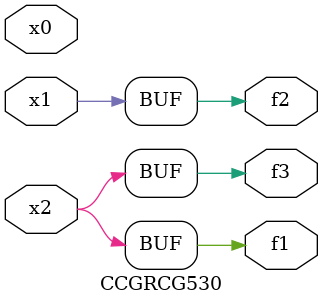
<source format=v>
module CCGRCG530(
	input x0, x1, x2,
	output f1, f2, f3
);
	assign f1 = x2;
	assign f2 = x1;
	assign f3 = x2;
endmodule

</source>
